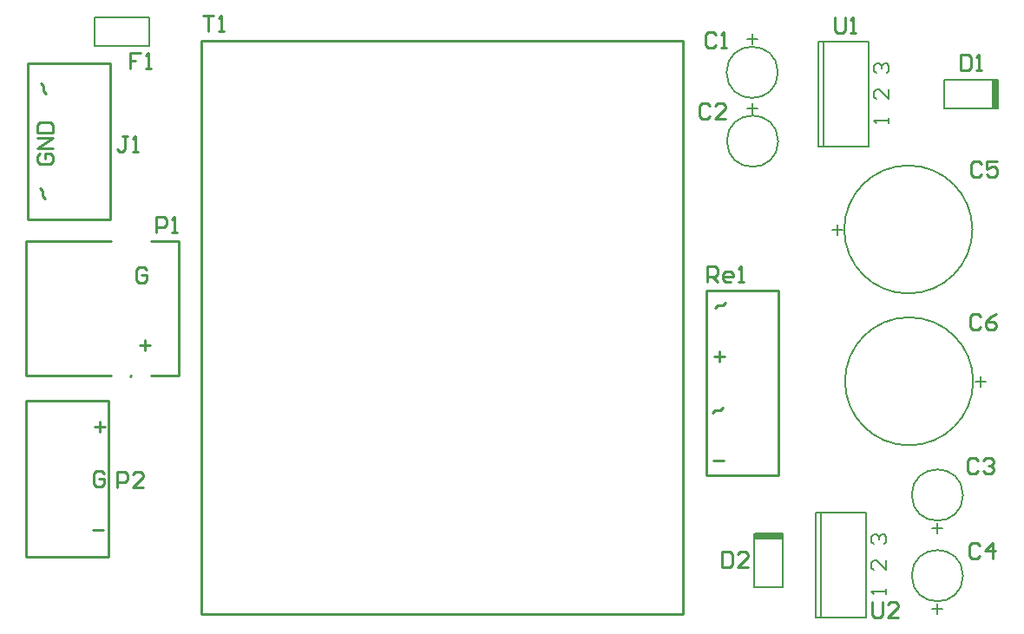
<source format=gto>
G04 Layer_Color=65535*
%FSLAX25Y25*%
%MOIN*%
G70*
G01*
G75*
%ADD25C,0.00787*%
%ADD26C,0.01000*%
%ADD27C,0.00591*%
%ADD28R,0.03150X0.11024*%
%ADD29R,0.11024X0.03150*%
D25*
X364051Y106083D02*
G03*
X364051Y106083I-24606J0D01*
G01*
X289150Y198370D02*
G03*
X289150Y198370I-9843J0D01*
G01*
X360150Y62370D02*
G03*
X360150Y62370I-9843J0D01*
G01*
X360150Y31370D02*
G03*
X360150Y31370I-9843J0D01*
G01*
X289030Y224816D02*
G03*
X289030Y224816I-9843J0D01*
G01*
X363756Y164433D02*
G03*
X363756Y164433I-24606J0D01*
G01*
X26734Y234891D02*
X47600D01*
X26734Y245915D02*
X47600D01*
X26734Y234891D02*
Y245915D01*
X47600Y234891D02*
Y245915D01*
X306646Y196158D02*
Y236709D01*
X304677Y196158D02*
Y236709D01*
X323969Y196158D02*
Y236709D01*
X304677Y196158D02*
X323969D01*
X304677Y236709D02*
X323969D01*
X364838Y106083D02*
X368838D01*
X366838Y104083D02*
Y108083D01*
X277307Y211028D02*
X281307D01*
X279307Y209028D02*
Y213028D01*
X350307Y47713D02*
Y51713D01*
X348307Y49713D02*
X352307D01*
X348307Y18713D02*
X352307D01*
X350307Y16713D02*
Y20713D01*
X277187Y237474D02*
X281187D01*
X279187Y235474D02*
Y239474D01*
X309756Y164433D02*
X313756D01*
X311756Y162433D02*
Y166433D01*
X305646Y15157D02*
Y55709D01*
X303677Y15157D02*
Y55709D01*
X322969Y15157D02*
Y55709D01*
X303677Y15157D02*
X322969D01*
X303677Y55709D02*
X322969D01*
X352874Y210921D02*
Y221945D01*
X373740D01*
X352874Y210921D02*
X373740D01*
X279921Y26851D02*
X290945D01*
X279921D02*
Y47717D01*
X290945Y26851D02*
Y47717D01*
D26*
X59016Y108189D02*
Y159921D01*
X40275Y107874D02*
X40591Y108189D01*
X118Y159921D02*
X236D01*
X118D02*
X33031D01*
X59016D02*
Y159961D01*
X48346D02*
X59016D01*
X118Y108189D02*
Y159921D01*
Y108189D02*
X33031D01*
X48346D02*
X59016D01*
X831Y228123D02*
X32563D01*
X831Y168123D02*
X32563D01*
Y228123D01*
X831Y168123D02*
Y228123D01*
X32052Y38653D02*
Y98653D01*
X241Y38653D02*
Y98653D01*
Y38653D02*
X16107D01*
X32052D01*
X241Y98653D02*
X16107D01*
X32052D01*
X67725Y16527D02*
X252725D01*
X67725D02*
Y237028D01*
X252725Y16527D02*
Y237028D01*
X67725D02*
X252725D01*
X261527Y70000D02*
X275307D01*
X289087D01*
X261527Y140866D02*
X275307D01*
X289087D01*
Y70000D02*
Y140866D01*
X261527Y70000D02*
Y140866D01*
X44306Y232431D02*
X40307D01*
Y229432D01*
X42306D01*
X40307D01*
Y226433D01*
X46305D02*
X48305D01*
X47305D01*
Y232431D01*
X46305Y231431D01*
X311067Y246071D02*
Y241073D01*
X312067Y240073D01*
X314066D01*
X315066Y241073D01*
Y246071D01*
X317065Y240073D02*
X319064D01*
X318065D01*
Y246071D01*
X317065Y245072D01*
X366756Y131031D02*
X365756Y132031D01*
X363757D01*
X362757Y131031D01*
Y127033D01*
X363757Y126033D01*
X365756D01*
X366756Y127033D01*
X372754Y132031D02*
X370755Y131031D01*
X368755Y129032D01*
Y127033D01*
X369755Y126033D01*
X371754D01*
X372754Y127033D01*
Y128032D01*
X371754Y129032D01*
X368755D01*
X262836Y211865D02*
X261836Y212865D01*
X259837D01*
X258837Y211865D01*
Y207867D01*
X259837Y206867D01*
X261836D01*
X262836Y207867D01*
X268834Y206867D02*
X264835D01*
X268834Y210866D01*
Y211865D01*
X267834Y212865D01*
X265835D01*
X264835Y211865D01*
X366016Y75501D02*
X365016Y76501D01*
X363017D01*
X362017Y75501D01*
Y71503D01*
X363017Y70503D01*
X365016D01*
X366016Y71503D01*
X368015Y75501D02*
X369015Y76501D01*
X371014D01*
X372014Y75501D01*
Y74502D01*
X371014Y73502D01*
X370015D01*
X371014D01*
X372014Y72502D01*
Y71503D01*
X371014Y70503D01*
X369015D01*
X368015Y71503D01*
X50307Y163433D02*
Y169431D01*
X53306D01*
X54306Y168431D01*
Y166432D01*
X53306Y165432D01*
X50307D01*
X56305Y163433D02*
X58305D01*
X57305D01*
Y169431D01*
X56305Y168431D01*
X47913Y119993D02*
X43915D01*
X45914Y117994D02*
Y121992D01*
X46699Y149090D02*
X45700Y150089D01*
X43700D01*
X42700Y149090D01*
Y145091D01*
X43700Y144091D01*
X45700D01*
X46699Y145091D01*
Y147090D01*
X44700D01*
X39306Y200431D02*
X37306D01*
X38306D01*
Y195433D01*
X37306Y194433D01*
X36307D01*
X35307Y195433D01*
X41305Y194433D02*
X43304D01*
X42305D01*
Y200431D01*
X41305Y199431D01*
X7565Y176430D02*
X6565Y177430D01*
Y179429D01*
X5565Y180429D01*
X5636Y193618D02*
X4636Y192618D01*
Y190619D01*
X5636Y189619D01*
X9634D01*
X10634Y190619D01*
Y192618D01*
X9634Y193618D01*
X7635D01*
Y191619D01*
X10634Y195617D02*
X4636D01*
X10634Y199616D01*
X4636D01*
Y201615D02*
X10634D01*
Y204614D01*
X9634Y205614D01*
X5636D01*
X4636Y204614D01*
Y201615D01*
X7840Y216509D02*
X6841Y217509D01*
Y219508D01*
X5841Y220508D01*
X35307Y65433D02*
Y71431D01*
X38306D01*
X39306Y70431D01*
Y68432D01*
X38306Y67432D01*
X35307D01*
X45304Y65433D02*
X41305D01*
X45304Y69432D01*
Y70431D01*
X44304Y71431D01*
X42305D01*
X41305Y70431D01*
X30516Y88646D02*
X26518D01*
X28517Y86647D02*
Y90645D01*
X30206Y70481D02*
X29206Y71481D01*
X27207D01*
X26207Y70481D01*
Y66483D01*
X27207Y65483D01*
X29206D01*
X30206Y66483D01*
Y68482D01*
X28206D01*
X29965Y48882D02*
X25967D01*
X366716Y42801D02*
X365716Y43801D01*
X363717D01*
X362717Y42801D01*
Y38803D01*
X363717Y37803D01*
X365716D01*
X366716Y38803D01*
X371714Y37803D02*
Y43801D01*
X368715Y40802D01*
X372714D01*
X325307Y21431D02*
Y16433D01*
X326307Y15433D01*
X328306D01*
X329306Y16433D01*
Y21431D01*
X335304Y15433D02*
X331305D01*
X335304Y19432D01*
Y20432D01*
X334304Y21431D01*
X332305D01*
X331305Y20432D01*
X68274Y246476D02*
X72273D01*
X70274D01*
Y240478D01*
X74272D02*
X76272D01*
X75272D01*
Y246476D01*
X74272Y245476D01*
X267493Y40512D02*
Y34514D01*
X270492D01*
X271492Y35513D01*
Y39512D01*
X270492Y40512D01*
X267493D01*
X277490Y34514D02*
X273491D01*
X277490Y38512D01*
Y39512D01*
X276490Y40512D01*
X274491D01*
X273491Y39512D01*
X359247Y231631D02*
Y225633D01*
X362246D01*
X363246Y226633D01*
Y230631D01*
X362246Y231631D01*
X359247D01*
X365245Y225633D02*
X367245D01*
X366245D01*
Y231631D01*
X365245Y230631D01*
X367131Y189522D02*
X366131Y190521D01*
X364132D01*
X363132Y189522D01*
Y185523D01*
X364132Y184523D01*
X366131D01*
X367131Y185523D01*
X373129Y190521D02*
X369130D01*
Y187522D01*
X371129Y188522D01*
X372129D01*
X373129Y187522D01*
Y185523D01*
X372129Y184523D01*
X370130D01*
X369130Y185523D01*
X265376Y239422D02*
X264376Y240421D01*
X262377D01*
X261377Y239422D01*
Y235423D01*
X262377Y234423D01*
X264376D01*
X265376Y235423D01*
X267375Y234423D02*
X269374D01*
X268375D01*
Y240421D01*
X267375Y239422D01*
X262037Y144373D02*
Y150371D01*
X265036D01*
X266036Y149372D01*
Y147372D01*
X265036Y146372D01*
X262037D01*
X264036D02*
X266036Y144373D01*
X271034D02*
X269035D01*
X268035Y145373D01*
Y147372D01*
X269035Y148372D01*
X271034D01*
X272034Y147372D01*
Y146372D01*
X268035D01*
X274033Y144373D02*
X276033D01*
X275033D01*
Y150371D01*
X274033Y149372D01*
X264244Y75479D02*
X268243D01*
X263968Y93935D02*
X264968Y94935D01*
X266968D01*
X267967Y95935D01*
X264480Y115676D02*
X268479D01*
X266480Y117675D02*
Y113677D01*
X264756Y134211D02*
X265756Y135211D01*
X267755D01*
X268755Y136210D01*
D27*
X331744Y205449D02*
Y207417D01*
Y206433D01*
X325840D01*
X326824Y205449D01*
X331744Y218400D02*
Y214465D01*
X327808Y218400D01*
X326824D01*
X325840Y217416D01*
Y215448D01*
X326824Y214465D01*
Y224465D02*
X325840Y225448D01*
Y227416D01*
X326824Y228400D01*
X327808D01*
X328792Y227416D01*
Y226432D01*
Y227416D01*
X329776Y228400D01*
X330760D01*
X331744Y227416D01*
Y225448D01*
X330760Y224465D01*
X330744Y24449D02*
Y26417D01*
Y25433D01*
X324840D01*
X325824Y24449D01*
X330744Y37400D02*
Y33465D01*
X326808Y37400D01*
X325824D01*
X324840Y36416D01*
Y34449D01*
X325824Y33465D01*
Y43465D02*
X324840Y44449D01*
Y46416D01*
X325824Y47400D01*
X326808D01*
X327792Y46416D01*
Y45432D01*
Y46416D01*
X328776Y47400D01*
X329760D01*
X330744Y46416D01*
Y44449D01*
X329760Y43465D01*
D28*
X372559Y216433D02*
D03*
D29*
X285434Y46535D02*
D03*
M02*

</source>
